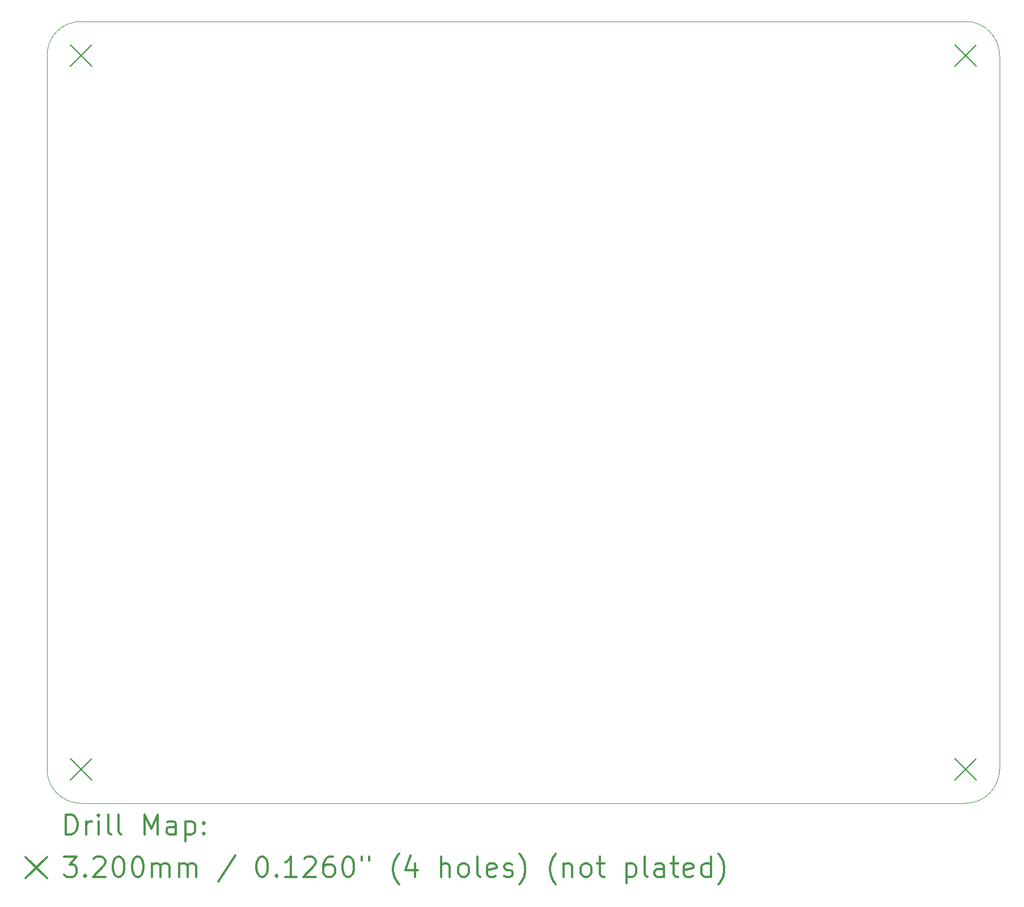
<source format=gbr>
%FSLAX45Y45*%
G04 Gerber Fmt 4.5, Leading zero omitted, Abs format (unit mm)*
G04 Created by KiCad (PCBNEW (5.1.10)-1) date 2021-10-03 18:26:28*
%MOMM*%
%LPD*%
G01*
G04 APERTURE LIST*
%TA.AperFunction,Profile*%
%ADD10C,0.050000*%
%TD*%
%ADD11C,0.200000*%
%ADD12C,0.300000*%
G04 APERTURE END LIST*
D10*
X8128000Y-3556000D02*
G75*
G02*
X8636000Y-3048000I508000J0D01*
G01*
X21844000Y-3048000D02*
G75*
G02*
X22352000Y-3556000I0J-508000D01*
G01*
X22352000Y-14224000D02*
G75*
G02*
X21844000Y-14732000I-508000J0D01*
G01*
X8636000Y-14732000D02*
G75*
G02*
X8128000Y-14224000I0J508000D01*
G01*
X8128000Y-14224000D02*
X8128000Y-3556000D01*
X21844000Y-14732000D02*
X8636000Y-14732000D01*
X22352000Y-3556000D02*
X22352000Y-14224000D01*
X8636000Y-3048000D02*
X21844000Y-3048000D01*
D11*
X8476000Y-3396000D02*
X8796000Y-3716000D01*
X8796000Y-3396000D02*
X8476000Y-3716000D01*
X8476000Y-14064000D02*
X8796000Y-14384000D01*
X8796000Y-14064000D02*
X8476000Y-14384000D01*
X21684000Y-3396000D02*
X22004000Y-3716000D01*
X22004000Y-3396000D02*
X21684000Y-3716000D01*
X21684000Y-14064000D02*
X22004000Y-14384000D01*
X22004000Y-14064000D02*
X21684000Y-14384000D01*
D12*
X8411928Y-15200214D02*
X8411928Y-14900214D01*
X8483357Y-14900214D01*
X8526214Y-14914500D01*
X8554786Y-14943071D01*
X8569071Y-14971643D01*
X8583357Y-15028786D01*
X8583357Y-15071643D01*
X8569071Y-15128786D01*
X8554786Y-15157357D01*
X8526214Y-15185929D01*
X8483357Y-15200214D01*
X8411928Y-15200214D01*
X8711928Y-15200214D02*
X8711928Y-15000214D01*
X8711928Y-15057357D02*
X8726214Y-15028786D01*
X8740500Y-15014500D01*
X8769071Y-15000214D01*
X8797643Y-15000214D01*
X8897643Y-15200214D02*
X8897643Y-15000214D01*
X8897643Y-14900214D02*
X8883357Y-14914500D01*
X8897643Y-14928786D01*
X8911928Y-14914500D01*
X8897643Y-14900214D01*
X8897643Y-14928786D01*
X9083357Y-15200214D02*
X9054786Y-15185929D01*
X9040500Y-15157357D01*
X9040500Y-14900214D01*
X9240500Y-15200214D02*
X9211928Y-15185929D01*
X9197643Y-15157357D01*
X9197643Y-14900214D01*
X9583357Y-15200214D02*
X9583357Y-14900214D01*
X9683357Y-15114500D01*
X9783357Y-14900214D01*
X9783357Y-15200214D01*
X10054786Y-15200214D02*
X10054786Y-15043071D01*
X10040500Y-15014500D01*
X10011928Y-15000214D01*
X9954786Y-15000214D01*
X9926214Y-15014500D01*
X10054786Y-15185929D02*
X10026214Y-15200214D01*
X9954786Y-15200214D01*
X9926214Y-15185929D01*
X9911928Y-15157357D01*
X9911928Y-15128786D01*
X9926214Y-15100214D01*
X9954786Y-15085929D01*
X10026214Y-15085929D01*
X10054786Y-15071643D01*
X10197643Y-15000214D02*
X10197643Y-15300214D01*
X10197643Y-15014500D02*
X10226214Y-15000214D01*
X10283357Y-15000214D01*
X10311928Y-15014500D01*
X10326214Y-15028786D01*
X10340500Y-15057357D01*
X10340500Y-15143071D01*
X10326214Y-15171643D01*
X10311928Y-15185929D01*
X10283357Y-15200214D01*
X10226214Y-15200214D01*
X10197643Y-15185929D01*
X10469071Y-15171643D02*
X10483357Y-15185929D01*
X10469071Y-15200214D01*
X10454786Y-15185929D01*
X10469071Y-15171643D01*
X10469071Y-15200214D01*
X10469071Y-15014500D02*
X10483357Y-15028786D01*
X10469071Y-15043071D01*
X10454786Y-15028786D01*
X10469071Y-15014500D01*
X10469071Y-15043071D01*
X7805500Y-15534500D02*
X8125500Y-15854500D01*
X8125500Y-15534500D02*
X7805500Y-15854500D01*
X8383357Y-15530214D02*
X8569071Y-15530214D01*
X8469071Y-15644500D01*
X8511928Y-15644500D01*
X8540500Y-15658786D01*
X8554786Y-15673071D01*
X8569071Y-15701643D01*
X8569071Y-15773071D01*
X8554786Y-15801643D01*
X8540500Y-15815929D01*
X8511928Y-15830214D01*
X8426214Y-15830214D01*
X8397643Y-15815929D01*
X8383357Y-15801643D01*
X8697643Y-15801643D02*
X8711928Y-15815929D01*
X8697643Y-15830214D01*
X8683357Y-15815929D01*
X8697643Y-15801643D01*
X8697643Y-15830214D01*
X8826214Y-15558786D02*
X8840500Y-15544500D01*
X8869071Y-15530214D01*
X8940500Y-15530214D01*
X8969071Y-15544500D01*
X8983357Y-15558786D01*
X8997643Y-15587357D01*
X8997643Y-15615929D01*
X8983357Y-15658786D01*
X8811928Y-15830214D01*
X8997643Y-15830214D01*
X9183357Y-15530214D02*
X9211928Y-15530214D01*
X9240500Y-15544500D01*
X9254786Y-15558786D01*
X9269071Y-15587357D01*
X9283357Y-15644500D01*
X9283357Y-15715929D01*
X9269071Y-15773071D01*
X9254786Y-15801643D01*
X9240500Y-15815929D01*
X9211928Y-15830214D01*
X9183357Y-15830214D01*
X9154786Y-15815929D01*
X9140500Y-15801643D01*
X9126214Y-15773071D01*
X9111928Y-15715929D01*
X9111928Y-15644500D01*
X9126214Y-15587357D01*
X9140500Y-15558786D01*
X9154786Y-15544500D01*
X9183357Y-15530214D01*
X9469071Y-15530214D02*
X9497643Y-15530214D01*
X9526214Y-15544500D01*
X9540500Y-15558786D01*
X9554786Y-15587357D01*
X9569071Y-15644500D01*
X9569071Y-15715929D01*
X9554786Y-15773071D01*
X9540500Y-15801643D01*
X9526214Y-15815929D01*
X9497643Y-15830214D01*
X9469071Y-15830214D01*
X9440500Y-15815929D01*
X9426214Y-15801643D01*
X9411928Y-15773071D01*
X9397643Y-15715929D01*
X9397643Y-15644500D01*
X9411928Y-15587357D01*
X9426214Y-15558786D01*
X9440500Y-15544500D01*
X9469071Y-15530214D01*
X9697643Y-15830214D02*
X9697643Y-15630214D01*
X9697643Y-15658786D02*
X9711928Y-15644500D01*
X9740500Y-15630214D01*
X9783357Y-15630214D01*
X9811928Y-15644500D01*
X9826214Y-15673071D01*
X9826214Y-15830214D01*
X9826214Y-15673071D02*
X9840500Y-15644500D01*
X9869071Y-15630214D01*
X9911928Y-15630214D01*
X9940500Y-15644500D01*
X9954786Y-15673071D01*
X9954786Y-15830214D01*
X10097643Y-15830214D02*
X10097643Y-15630214D01*
X10097643Y-15658786D02*
X10111928Y-15644500D01*
X10140500Y-15630214D01*
X10183357Y-15630214D01*
X10211928Y-15644500D01*
X10226214Y-15673071D01*
X10226214Y-15830214D01*
X10226214Y-15673071D02*
X10240500Y-15644500D01*
X10269071Y-15630214D01*
X10311928Y-15630214D01*
X10340500Y-15644500D01*
X10354786Y-15673071D01*
X10354786Y-15830214D01*
X10940500Y-15515929D02*
X10683357Y-15901643D01*
X11326214Y-15530214D02*
X11354786Y-15530214D01*
X11383357Y-15544500D01*
X11397643Y-15558786D01*
X11411928Y-15587357D01*
X11426214Y-15644500D01*
X11426214Y-15715929D01*
X11411928Y-15773071D01*
X11397643Y-15801643D01*
X11383357Y-15815929D01*
X11354786Y-15830214D01*
X11326214Y-15830214D01*
X11297643Y-15815929D01*
X11283357Y-15801643D01*
X11269071Y-15773071D01*
X11254786Y-15715929D01*
X11254786Y-15644500D01*
X11269071Y-15587357D01*
X11283357Y-15558786D01*
X11297643Y-15544500D01*
X11326214Y-15530214D01*
X11554786Y-15801643D02*
X11569071Y-15815929D01*
X11554786Y-15830214D01*
X11540500Y-15815929D01*
X11554786Y-15801643D01*
X11554786Y-15830214D01*
X11854786Y-15830214D02*
X11683357Y-15830214D01*
X11769071Y-15830214D02*
X11769071Y-15530214D01*
X11740500Y-15573071D01*
X11711928Y-15601643D01*
X11683357Y-15615929D01*
X11969071Y-15558786D02*
X11983357Y-15544500D01*
X12011928Y-15530214D01*
X12083357Y-15530214D01*
X12111928Y-15544500D01*
X12126214Y-15558786D01*
X12140500Y-15587357D01*
X12140500Y-15615929D01*
X12126214Y-15658786D01*
X11954786Y-15830214D01*
X12140500Y-15830214D01*
X12397643Y-15530214D02*
X12340500Y-15530214D01*
X12311928Y-15544500D01*
X12297643Y-15558786D01*
X12269071Y-15601643D01*
X12254786Y-15658786D01*
X12254786Y-15773071D01*
X12269071Y-15801643D01*
X12283357Y-15815929D01*
X12311928Y-15830214D01*
X12369071Y-15830214D01*
X12397643Y-15815929D01*
X12411928Y-15801643D01*
X12426214Y-15773071D01*
X12426214Y-15701643D01*
X12411928Y-15673071D01*
X12397643Y-15658786D01*
X12369071Y-15644500D01*
X12311928Y-15644500D01*
X12283357Y-15658786D01*
X12269071Y-15673071D01*
X12254786Y-15701643D01*
X12611928Y-15530214D02*
X12640500Y-15530214D01*
X12669071Y-15544500D01*
X12683357Y-15558786D01*
X12697643Y-15587357D01*
X12711928Y-15644500D01*
X12711928Y-15715929D01*
X12697643Y-15773071D01*
X12683357Y-15801643D01*
X12669071Y-15815929D01*
X12640500Y-15830214D01*
X12611928Y-15830214D01*
X12583357Y-15815929D01*
X12569071Y-15801643D01*
X12554786Y-15773071D01*
X12540500Y-15715929D01*
X12540500Y-15644500D01*
X12554786Y-15587357D01*
X12569071Y-15558786D01*
X12583357Y-15544500D01*
X12611928Y-15530214D01*
X12826214Y-15530214D02*
X12826214Y-15587357D01*
X12940500Y-15530214D02*
X12940500Y-15587357D01*
X13383357Y-15944500D02*
X13369071Y-15930214D01*
X13340500Y-15887357D01*
X13326214Y-15858786D01*
X13311928Y-15815929D01*
X13297643Y-15744500D01*
X13297643Y-15687357D01*
X13311928Y-15615929D01*
X13326214Y-15573071D01*
X13340500Y-15544500D01*
X13369071Y-15501643D01*
X13383357Y-15487357D01*
X13626214Y-15630214D02*
X13626214Y-15830214D01*
X13554786Y-15515929D02*
X13483357Y-15730214D01*
X13669071Y-15730214D01*
X14011928Y-15830214D02*
X14011928Y-15530214D01*
X14140500Y-15830214D02*
X14140500Y-15673071D01*
X14126214Y-15644500D01*
X14097643Y-15630214D01*
X14054786Y-15630214D01*
X14026214Y-15644500D01*
X14011928Y-15658786D01*
X14326214Y-15830214D02*
X14297643Y-15815929D01*
X14283357Y-15801643D01*
X14269071Y-15773071D01*
X14269071Y-15687357D01*
X14283357Y-15658786D01*
X14297643Y-15644500D01*
X14326214Y-15630214D01*
X14369071Y-15630214D01*
X14397643Y-15644500D01*
X14411928Y-15658786D01*
X14426214Y-15687357D01*
X14426214Y-15773071D01*
X14411928Y-15801643D01*
X14397643Y-15815929D01*
X14369071Y-15830214D01*
X14326214Y-15830214D01*
X14597643Y-15830214D02*
X14569071Y-15815929D01*
X14554786Y-15787357D01*
X14554786Y-15530214D01*
X14826214Y-15815929D02*
X14797643Y-15830214D01*
X14740500Y-15830214D01*
X14711928Y-15815929D01*
X14697643Y-15787357D01*
X14697643Y-15673071D01*
X14711928Y-15644500D01*
X14740500Y-15630214D01*
X14797643Y-15630214D01*
X14826214Y-15644500D01*
X14840500Y-15673071D01*
X14840500Y-15701643D01*
X14697643Y-15730214D01*
X14954786Y-15815929D02*
X14983357Y-15830214D01*
X15040500Y-15830214D01*
X15069071Y-15815929D01*
X15083357Y-15787357D01*
X15083357Y-15773071D01*
X15069071Y-15744500D01*
X15040500Y-15730214D01*
X14997643Y-15730214D01*
X14969071Y-15715929D01*
X14954786Y-15687357D01*
X14954786Y-15673071D01*
X14969071Y-15644500D01*
X14997643Y-15630214D01*
X15040500Y-15630214D01*
X15069071Y-15644500D01*
X15183357Y-15944500D02*
X15197643Y-15930214D01*
X15226214Y-15887357D01*
X15240500Y-15858786D01*
X15254786Y-15815929D01*
X15269071Y-15744500D01*
X15269071Y-15687357D01*
X15254786Y-15615929D01*
X15240500Y-15573071D01*
X15226214Y-15544500D01*
X15197643Y-15501643D01*
X15183357Y-15487357D01*
X15726214Y-15944500D02*
X15711928Y-15930214D01*
X15683357Y-15887357D01*
X15669071Y-15858786D01*
X15654786Y-15815929D01*
X15640500Y-15744500D01*
X15640500Y-15687357D01*
X15654786Y-15615929D01*
X15669071Y-15573071D01*
X15683357Y-15544500D01*
X15711928Y-15501643D01*
X15726214Y-15487357D01*
X15840500Y-15630214D02*
X15840500Y-15830214D01*
X15840500Y-15658786D02*
X15854786Y-15644500D01*
X15883357Y-15630214D01*
X15926214Y-15630214D01*
X15954786Y-15644500D01*
X15969071Y-15673071D01*
X15969071Y-15830214D01*
X16154786Y-15830214D02*
X16126214Y-15815929D01*
X16111928Y-15801643D01*
X16097643Y-15773071D01*
X16097643Y-15687357D01*
X16111928Y-15658786D01*
X16126214Y-15644500D01*
X16154786Y-15630214D01*
X16197643Y-15630214D01*
X16226214Y-15644500D01*
X16240500Y-15658786D01*
X16254786Y-15687357D01*
X16254786Y-15773071D01*
X16240500Y-15801643D01*
X16226214Y-15815929D01*
X16197643Y-15830214D01*
X16154786Y-15830214D01*
X16340500Y-15630214D02*
X16454786Y-15630214D01*
X16383357Y-15530214D02*
X16383357Y-15787357D01*
X16397643Y-15815929D01*
X16426214Y-15830214D01*
X16454786Y-15830214D01*
X16783357Y-15630214D02*
X16783357Y-15930214D01*
X16783357Y-15644500D02*
X16811928Y-15630214D01*
X16869071Y-15630214D01*
X16897643Y-15644500D01*
X16911928Y-15658786D01*
X16926214Y-15687357D01*
X16926214Y-15773071D01*
X16911928Y-15801643D01*
X16897643Y-15815929D01*
X16869071Y-15830214D01*
X16811928Y-15830214D01*
X16783357Y-15815929D01*
X17097643Y-15830214D02*
X17069071Y-15815929D01*
X17054786Y-15787357D01*
X17054786Y-15530214D01*
X17340500Y-15830214D02*
X17340500Y-15673071D01*
X17326214Y-15644500D01*
X17297643Y-15630214D01*
X17240500Y-15630214D01*
X17211928Y-15644500D01*
X17340500Y-15815929D02*
X17311928Y-15830214D01*
X17240500Y-15830214D01*
X17211928Y-15815929D01*
X17197643Y-15787357D01*
X17197643Y-15758786D01*
X17211928Y-15730214D01*
X17240500Y-15715929D01*
X17311928Y-15715929D01*
X17340500Y-15701643D01*
X17440500Y-15630214D02*
X17554786Y-15630214D01*
X17483357Y-15530214D02*
X17483357Y-15787357D01*
X17497643Y-15815929D01*
X17526214Y-15830214D01*
X17554786Y-15830214D01*
X17769071Y-15815929D02*
X17740500Y-15830214D01*
X17683357Y-15830214D01*
X17654786Y-15815929D01*
X17640500Y-15787357D01*
X17640500Y-15673071D01*
X17654786Y-15644500D01*
X17683357Y-15630214D01*
X17740500Y-15630214D01*
X17769071Y-15644500D01*
X17783357Y-15673071D01*
X17783357Y-15701643D01*
X17640500Y-15730214D01*
X18040500Y-15830214D02*
X18040500Y-15530214D01*
X18040500Y-15815929D02*
X18011928Y-15830214D01*
X17954786Y-15830214D01*
X17926214Y-15815929D01*
X17911928Y-15801643D01*
X17897643Y-15773071D01*
X17897643Y-15687357D01*
X17911928Y-15658786D01*
X17926214Y-15644500D01*
X17954786Y-15630214D01*
X18011928Y-15630214D01*
X18040500Y-15644500D01*
X18154786Y-15944500D02*
X18169071Y-15930214D01*
X18197643Y-15887357D01*
X18211928Y-15858786D01*
X18226214Y-15815929D01*
X18240500Y-15744500D01*
X18240500Y-15687357D01*
X18226214Y-15615929D01*
X18211928Y-15573071D01*
X18197643Y-15544500D01*
X18169071Y-15501643D01*
X18154786Y-15487357D01*
M02*

</source>
